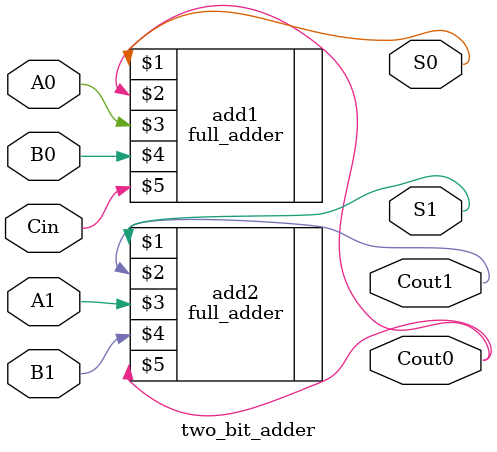
<source format=v>
`include "full_adder.v"
module two_bit_adder(S0, S1, Cout0, Cout1, A0, A1, B0, B1, Cin); 
    input A0, A1, B0, B1, Cin;
    output S0, S1, Cout0, Cout1; 
    wire w1, w2, w3;
    
    full_adder add1(S0, Cout0, A0, B0, Cin);
    full_adder add2(S1, Cout1, A1, B1, Cout0);

endmodule 

</source>
